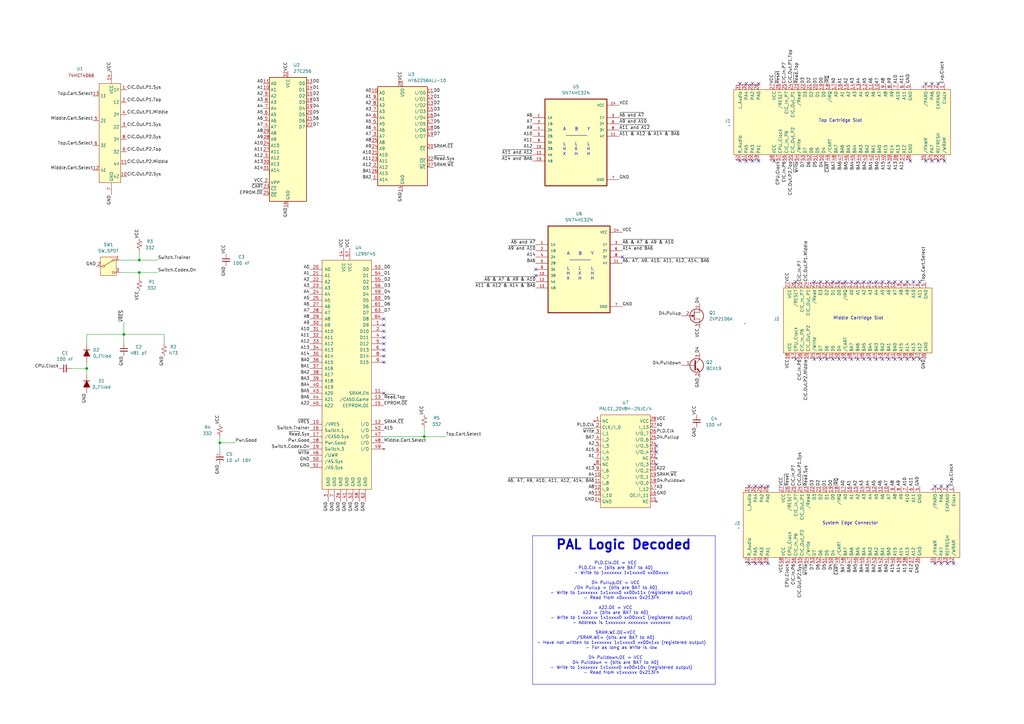
<source format=kicad_sch>
(kicad_sch (version 20231120) (generator "eeschema") (generator_version "8.0")
  (paper "A3")
  (lib_symbols
    (symbol "Device:C_Polarized_Small_US" (pin_numbers hide) (pin_names (offset 0.254) hide)
      (property "Reference" "C" (at 0.254 1.778 0))
      (property "Value" "C_Polarized_Small_US" (at 0.254 -2.032 0))
      (symbol "C_Polarized_Small_US_0_1"
        (polyline (pts (xy -1.524 0.508) (xy 1.524 0.508)) (stroke (width 0.3048)))
        (polyline (pts (xy -1.27 1.524) (xy -0.762 1.524)))
        (polyline (pts (xy -1.016 1.27) (xy -1.016 1.778)))
        (arc (start 1.524 -0.762) (mid 0 -0.3734) (end -1.524 -0.762) (stroke (width 0.3048)))
      )
      (symbol "C_Polarized_Small_US_1_1"
        (pin passive line (at 0 2.54 270) (length 2.032) (name "~") (number "1"))
        (pin passive line (at 0 -2.54 90) (length 2.032) (name "~") (number "2"))
      )
    )
    (symbol "Device:C_Small" (pin_numbers hide) (pin_names (offset 0.254) hide)
      (property "Reference" "C" (at 0.254 1.778 0))
      (property "Value" "C_Small" (at 0.254 -2.032 0))
      (symbol "C_Small_0_1"
        (polyline (pts (xy -1.524 -0.508) (xy 1.524 -0.508)) (stroke (width 0.3302)))
        (polyline (pts (xy -1.524 0.508) (xy 1.524 0.508)) (stroke (width 0.3048)))
      )
      (symbol "C_Small_1_1"
        (pin passive line (at 0 2.54 270) (length 2.032) (name "~") (number "1"))
        (pin passive line (at 0 -2.54 90) (length 2.032) (name "~") (number "2"))
      )
    )
    (symbol "Device:D_Filled" (pin_numbers hide) (pin_names (offset 1.016) hide)
      (property "Reference" "D" (at 0 2.54 0))
      (property "Value" "D_Filled" (at 0 -2.54 0))
      (symbol "D_Filled_0_1"
        (polyline (pts (xy -1.27 1.27) (xy -1.27 -1.27)) (stroke (width 0.254)))
        (polyline (pts (xy 1.27 0) (xy -1.27 0)))
        (polyline (pts (xy 1.27 1.27) (xy 1.27 -1.27) (xy -1.27 0) (xy 1.27 1.27)) (stroke (width 0.254)) (fill (type outline)))
      )
      (symbol "D_Filled_1_1"
        (pin passive line (at -3.81 0 0) (length 2.54) (name "K") (number "1"))
        (pin passive line (at 3.81 0 180) (length 2.54) (name "A") (number "2"))
      )
    )
    (symbol "Device:Q_NPN_BEC" (pin_names (offset 0) hide)
      (property "Reference" "Q" (at 5.08 1.27 0))
      (property "Value" "Q_NPN_BEC" (at 5.08 -1.27 0))
      (symbol "Q_NPN_BEC_0_1"
        (polyline (pts (xy 0.635 0.635) (xy 2.54 2.54)))
        (polyline (pts (xy 0.635 -0.635) (xy 2.54 -2.54) (xy 2.54 -2.54)))
        (polyline (pts (xy 0.635 1.905) (xy 0.635 -1.905) (xy 0.635 -1.905)) (stroke (width 0.508)))
        (polyline (pts (xy 1.27 -1.778) (xy 1.778 -1.27) (xy 2.286 -2.286) (xy 1.27 -1.778) (xy 1.27 -1.778)) (fill (type outline)))
        (circle (center 1.27 0) (radius 2.8194) (stroke (width 0.254)))
      )
      (symbol "Q_NPN_BEC_1_1"
        (pin input line (at -5.08 0 0) (length 5.715) (name "B") (number "1"))
        (pin passive line (at 2.54 -5.08 90) (length 2.54) (name "E") (number "2"))
        (pin passive line (at 2.54 5.08 270) (length 2.54) (name "C") (number "3"))
      )
    )
    (symbol "Device:Q_PJFET_DGS" (pin_names (offset 0) hide)
      (property "Reference" "Q" (at 5.08 1.27 0))
      (property "Value" "Q_PJFET_DGS" (at 5.08 -1.27 0))
      (symbol "Q_PJFET_DGS_0_1"
        (polyline (pts (xy 0.254 1.905) (xy 0.254 -1.905) (xy 0.254 -1.905)) (stroke (width 0.254)))
        (polyline (pts (xy 2.54 -2.54) (xy 2.54 -1.27) (xy 0.254 -1.27)))
        (polyline (pts (xy 2.54 2.54) (xy 2.54 1.397) (xy 0.254 1.397)))
        (polyline (pts (xy -1.143 0) (xy -0.127 0.381) (xy -0.127 -0.381) (xy -1.143 0)) (fill (type outline)))
        (circle (center 1.27 0) (radius 2.8194) (stroke (width 0.254)))
      )
      (symbol "Q_PJFET_DGS_1_1"
        (pin passive line (at 2.54 5.08 270) (length 2.54) (name "D") (number "1"))
        (pin input line (at -5.08 0 0) (length 5.334) (name "G") (number "2"))
        (pin passive line (at 2.54 -5.08 90) (length 2.54) (name "S") (number "3"))
      )
    )
    (symbol "Device:R_Small_US" (pin_numbers hide) (pin_names (offset 0.254) hide)
      (property "Reference" "R" (at 0.762 0.508 0))
      (property "Value" "R_Small_US" (at 0.762 -1.016 0))
      (symbol "R_Small_US_1_1"
        (polyline (pts (xy 0 0) (xy 1.016 -0.381) (xy 0 -0.762) (xy -1.016 -1.143) (xy 0 -1.524)))
        (polyline (pts (xy 0 1.524) (xy 1.016 1.143) (xy 0 0.762) (xy -1.016 0.381) (xy 0 0)))
        (pin passive line (at 0 2.54 270) (length 1.016) (name "~") (number "1"))
        (pin passive line (at 0 -2.54 90) (length 1.016) (name "~") (number "2"))
      )
    )
    (symbol "GameBooster:SN74HC32N" (pin_names (offset 1.016))
      (property "Reference" "U" (at -12.7 18.78 0))
      (property "Value" "SN74HC32N" (at -12.7 -21.78 0))
      (symbol "SN74HC32N_0_0"
        (rectangle (start -12.7 -17.78) (end 12.7 17.78) (stroke (width 0.41)) (fill (type background)))
        (pin input line (at -17.78 10.16 0) (length 5.08) (name "1A") (number "1"))
        (pin input line (at -17.78 -2.54 0) (length 5.08) (name "3B") (number "10"))
        (pin output line (at 17.78 2.54 180) (length 5.08) (name "4Y") (number "11"))
        (pin input line (at -17.78 -5.08 0) (length 5.08) (name "4A") (number "12"))
        (pin input line (at -17.78 -7.62 0) (length 5.08) (name "4B") (number "13"))
        (pin power_in line (at 17.78 15.24 180) (length 5.08) (name "VCC") (number "14"))
        (pin input line (at -17.78 7.62 0) (length 5.08) (name "1B") (number "2"))
        (pin output line (at 17.78 10.16 180) (length 5.08) (name "1Y") (number "3"))
        (pin input line (at -17.78 5.08 0) (length 5.08) (name "2A") (number "4"))
        (pin input line (at -17.78 2.54 0) (length 5.08) (name "2B") (number "5"))
        (pin output line (at 17.78 7.62 180) (length 5.08) (name "2Y") (number "6"))
        (pin power_in line (at 17.78 -15.24 180) (length 5.08) (name "GND") (number "7"))
        (pin output line (at 17.78 5.08 180) (length 5.08) (name "3Y") (number "8"))
        (pin input line (at -17.78 0 0) (length 5.08) (name "3A") (number "9"))
      )
    )
    (symbol "Gameboy:PALCE_20V8H-25JC/4"
      (property "Reference" "U4" (at 0 20.32 0))
      (property "Value" "PALCE_20V8H-25JC/4" (at 0 17.78 0))
      (symbol "PALCE_20V8H-25JC/4_1_0"
        (rectangle (start -10.16 15.24) (end 10.16 -22.86) (fill (type background)))
      )
      (symbol "PALCE_20V8H-25JC/4_1_1"
        (pin no_connect line (at -12.7 12.7 0) (length 2.54) (name "NC") (number "1"))
        (pin bidirectional line (at -12.7 -10.16 0) (length 2.54) (name "I_7") (number "10"))
        (pin bidirectional line (at -12.7 -12.7 0) (length 2.54) (name "I_8") (number "11"))
        (pin bidirectional line (at -12.7 -15.24 0) (length 2.54) (name "I_9") (number "12"))
        (pin bidirectional line (at -12.7 -17.78 0) (length 2.54) (name "I_10") (number "13"))
        (pin bidirectional line (at -12.7 -20.32 0) (length 2.54) (name "GND") (number "14"))
        (pin no_connect line (at 12.7 -20.32 180) (length 2.54) (name "NC") (number "15"))
        (pin bidirectional line (at 12.7 -17.78 180) (length 2.54) (name "OE/I_11") (number "16"))
        (pin bidirectional line (at 12.7 -15.24 180) (length 2.54) (name "I_12") (number "17"))
        (pin bidirectional line (at 12.7 -12.7 180) (length 2.54) (name "I/O_0") (number "18"))
        (pin bidirectional line (at 12.7 -10.16 180) (length 2.54) (name "I/O_1") (number "19"))
        (pin bidirectional line (at -12.7 10.16 0) (length 2.54) (name "CLK/I_0") (number "2"))
        (pin bidirectional line (at 12.7 -7.62 180) (length 2.54) (name "I/O_2") (number "20"))
        (pin bidirectional line (at 12.7 -5.08 180) (length 2.54) (name "I/O_3") (number "21"))
        (pin no_connect line (at 12.7 -2.54 180) (length 2.54) (name "NC") (number "22"))
        (pin bidirectional line (at 12.7 0 180) (length 2.54) (name "I/O_4") (number "23"))
        (pin bidirectional line (at 12.7 2.54 180) (length 2.54) (name "I/O_5") (number "24"))
        (pin bidirectional line (at 12.7 5.08 180) (length 2.54) (name "I/O_6") (number "25"))
        (pin bidirectional line (at 12.7 7.62 180) (length 2.54) (name "I/O_7") (number "26"))
        (pin bidirectional line (at 12.7 10.16 180) (length 2.54) (name "I_13") (number "27"))
        (pin bidirectional line (at 12.7 12.7 180) (length 2.54) (name "VCC") (number "28"))
        (pin bidirectional line (at -12.7 7.62 0) (length 2.54) (name "I_1") (number "3"))
        (pin bidirectional line (at -12.7 5.08 0) (length 2.54) (name "I_2") (number "4"))
        (pin bidirectional line (at -12.7 2.54 0) (length 2.54) (name "I_3") (number "5"))
        (pin bidirectional line (at -12.7 0 0) (length 2.54) (name "I_4") (number "6"))
        (pin bidirectional line (at -12.7 -2.54 0) (length 2.54) (name "I_5") (number "7"))
        (pin no_connect line (at -12.7 -5.08 0) (length 2.54) (name "NC") (number "8"))
        (pin bidirectional line (at -12.7 -7.62 0) (length 2.54) (name "I_6") (number "9"))
      )
    )
    (symbol "SNES:27C256"
      (property "Reference" "U2" (at 2.1941 30.48 0))
      (property "Value" "27C256" (at 2.1941 27.94 0))
      (symbol "27C256_1_1"
        (rectangle (start -7.62 25.4) (end 7.62 -25.4) (stroke (width 0.254)) (fill (type background)))
        (pin input line (at -10.16 20.32 0) (length 2.54) (name "A1") (number "10"))
        (pin input line (at -10.16 22.86 0) (length 2.54) (name "A0") (number "11"))
        (pin tri_state line (at 10.16 22.86 180) (length 2.54) (name "D0") (number "13"))
        (pin tri_state line (at 10.16 20.32 180) (length 2.54) (name "D1") (number "14"))
        (pin tri_state line (at 10.16 17.78 180) (length 2.54) (name "D2") (number "15"))
        (pin power_in line (at 0 -27.94 90) (length 2.54) (name "GND") (number "16"))
        (pin tri_state line (at 10.16 15.24 180) (length 2.54) (name "D3") (number "18"))
        (pin tri_state line (at 10.16 12.7 180) (length 2.54) (name "D4") (number "19"))
        (pin input line (at -10.16 -17.78 0) (length 2.54) (name "VPP") (number "2"))
        (pin tri_state line (at 10.16 10.16 180) (length 2.54) (name "D5") (number "20"))
        (pin tri_state line (at 10.16 7.62 180) (length 2.54) (name "D6") (number "21"))
        (pin tri_state line (at 10.16 5.08 180) (length 2.54) (name "D7") (number "22"))
        (pin input line (at -10.16 -20.32 0) (length 2.54) (name "~{CE}") (number "23"))
        (pin input line (at -10.16 -2.54 0) (length 2.54) (name "A10") (number "24"))
        (pin input line (at -10.16 -22.86 0) (length 2.54) (name "~{OE}") (number "25"))
        (pin input line (at -10.16 -5.08 0) (length 2.54) (name "A11") (number "27"))
        (pin input line (at -10.16 0 0) (length 2.54) (name "A9") (number "28"))
        (pin input line (at -10.16 2.54 0) (length 2.54) (name "A8") (number "29"))
        (pin input line (at -10.16 -7.62 0) (length 2.54) (name "A12") (number "3"))
        (pin input line (at -10.16 -10.16 0) (length 2.54) (name "A13") (number "30"))
        (pin input line (at -10.16 -12.7 0) (length 2.54) (name "A14") (number "31"))
        (pin power_in line (at 0 27.94 270) (length 2.54) (name "VCC") (number "32"))
        (pin input line (at -10.16 5.08 0) (length 2.54) (name "A7") (number "4"))
        (pin input line (at -10.16 7.62 0) (length 2.54) (name "A6") (number "5"))
        (pin input line (at -10.16 10.16 0) (length 2.54) (name "A5") (number "6"))
        (pin input line (at -10.16 12.7 0) (length 2.54) (name "A4") (number "7"))
        (pin input line (at -10.16 15.24 0) (length 2.54) (name "A3") (number "8"))
        (pin input line (at -10.16 17.78 0) (length 2.54) (name "A2") (number "9"))
      )
    )
    (symbol "SNES:74HCT4066T"
      (property "Reference" "U1" (at -12.446 28.702 0))
      (property "Value" "~" (at -12.446 26.162 0))
      (symbol "74HCT4066T_1_1"
        (rectangle (start -5.08 20.32) (end 3.81 -20.32) (fill (type background)))
        (text "74HCT4066" (at -12.446 23.622 0) (effects (font (size 1.27 1.27))))
        (pin input line (at 6.35 17.78 180) (length 2.54) (name "1Y") (number "1"))
        (pin input line (at 6.35 -17.78 180) (length 2.54) (name "4Z") (number "10"))
        (pin input line (at 6.35 -12.7 180) (length 2.54) (name "4Y") (number "11"))
        (pin input line (at -7.62 -15.24 0) (length 2.54) (name "4E") (number "12"))
        (pin input line (at -7.62 15.24 0) (length 2.54) (name "1E") (number "13"))
        (pin input line (at 0 25.4 270) (length 5.08) (name "VCC") (number "14"))
        (pin input line (at 6.35 12.7 180) (length 2.54) (name "1Z") (number "2"))
        (pin input line (at 6.35 2.54 180) (length 2.54) (name "2Z") (number "3"))
        (pin input line (at 6.35 7.62 180) (length 2.54) (name "2Y") (number "4"))
        (pin input line (at -7.62 5.08 0) (length 2.54) (name "2E") (number "5"))
        (pin input line (at -7.62 -5.08 0) (length 2.54) (name "3E") (number "6"))
        (pin input line (at 0 -25.4 90) (length 5.08) (name "GND") (number "7"))
        (pin input line (at 6.35 -2.54 180) (length 2.54) (name "3Y") (number "8"))
        (pin input line (at 6.35 -7.62 180) (length 2.54) (name "3Z") (number "9"))
      )
    )
    (symbol "SNES:HY62256ALJ"
      (property "Reference" "U3" (at 2.1941 25.4 0))
      (property "Value" "HY62256ALJ-10" (at 2.1941 22.86 0))
      (symbol "HY62256ALJ_0_0"
        (pin power_in line (at 0 -22.86 90) (length 2.54) (name "GND") (number "14"))
      )
      (symbol "HY62256ALJ_0_1"
        (rectangle (start -10.16 20.32) (end 10.16 -20.32) (stroke (width 0.254)) (fill (type background)))
      )
      (symbol "HY62256ALJ_1_0"
        (pin power_in line (at 0 22.86 270) (length 2.54) (name "VDD") (number "28"))
      )
      (symbol "HY62256ALJ_1_1"
        (pin input line (at -12.7 -17.78 0) (length 2.54) (name "A14") (number "1"))
        (pin input line (at -12.7 17.78 0) (length 2.54) (name "A0") (number "10"))
        (pin tri_state line (at 12.7 17.78 180) (length 2.54) (name "I/O0") (number "11"))
        (pin tri_state line (at 12.7 15.24 180) (length 2.54) (name "I/O1") (number "12"))
        (pin tri_state line (at 12.7 12.7 180) (length 2.54) (name "I/O2") (number "13"))
        (pin tri_state line (at 12.7 10.16 180) (length 2.54) (name "I/O3") (number "15"))
        (pin tri_state line (at 12.7 7.62 180) (length 2.54) (name "I/O4") (number "16"))
        (pin tri_state line (at 12.7 5.08 180) (length 2.54) (name "I/O5") (number "17"))
        (pin tri_state line (at 12.7 2.54 180) (length 2.54) (name "I/O6") (number "18"))
        (pin tri_state line (at 12.7 0 180) (length 2.54) (name "I/O7") (number "19"))
        (pin input line (at -12.7 -12.7 0) (length 2.54) (name "A12") (number "2"))
        (pin input line (at 12.7 -5.08 180) (length 2.54) (name "~{CE}") (number "20"))
        (pin input line (at -12.7 -7.62 0) (length 2.54) (name "A10") (number "21"))
        (pin input line (at 12.7 -10.16 180) (length 2.54) (name "~{OE}") (number "22"))
        (pin input line (at -12.7 -10.16 0) (length 2.54) (name "A11") (number "23"))
        (pin input line (at -12.7 -5.08 0) (length 2.54) (name "A9") (number "24"))
        (pin input line (at -12.7 -2.54 0) (length 2.54) (name "A8") (number "25"))
        (pin input line (at -12.7 -15.24 0) (length 2.54) (name "A13") (number "26"))
        (pin input line (at 12.7 -12.7 180) (length 2.54) (name "~{WE}") (number "27"))
        (pin input line (at -12.7 0 0) (length 2.54) (name "A7") (number "3"))
        (pin input line (at -12.7 2.54 0) (length 2.54) (name "A6") (number "4"))
        (pin input line (at -12.7 5.08 0) (length 2.54) (name "A5") (number "5"))
        (pin input line (at -12.7 7.62 0) (length 2.54) (name "A4") (number "6"))
        (pin input line (at -12.7 10.16 0) (length 2.54) (name "A3") (number "7"))
        (pin input line (at -12.7 12.7 0) (length 2.54) (name "A2") (number "8"))
        (pin input line (at -12.7 15.24 0) (length 2.54) (name "A1") (number "9"))
      )
    )
    (symbol "SNES:LZ95F45" (pin_names (offset 1.016))
      (property "Reference" "U5" (at 3.4641 41.91 0))
      (property "Value" "LZ95F45" (at 3.4641 39.37 0))
      (symbol "LZ95F45_0_1"
        (rectangle (start -10.16 36.83) (end 10.16 -57.15) (fill (type background)))
      )
      (symbol "LZ95F45_1_1"
        (pin bidirectional line (at 15.24 10.16 180) (length 5.08) (name "D9") (number "1"))
        (pin input line (at -15.24 -30.48 0) (length 5.08) (name "/VRES") (number "10"))
        (pin output line (at 15.24 -17.78 180) (length 5.08) (name "SRAM.EN") (number "11"))
        (pin output line (at 15.24 -30.48 180) (length 5.08) (name "I/O") (number "12"))
        (pin output line (at 15.24 -20.32 180) (length 5.08) (name "/CAS0.Game") (number "13"))
        (pin power_in line (at -1.27 41.91 270) (length 5.08) (name "VCC") (number "14"))
        (pin output line (at 15.24 -22.86 180) (length 5.08) (name "EEPROM.OE") (number "15"))
        (pin input line (at -15.24 -33.02 0) (length 5.08) (name "Switch.1") (number "16"))
        (pin input line (at -15.24 -35.56 0) (length 5.08) (name "/CAS0.Sys") (number "17"))
        (pin input line (at -15.24 -38.1 0) (length 5.08) (name "Pwr.Good") (number "18"))
        (pin input line (at -15.24 -40.64 0) (length 5.08) (name "Switch.3") (number "19"))
        (pin bidirectional line (at 15.24 7.62 180) (length 5.08) (name "D10") (number "2"))
        (pin input line (at -15.24 33.02 0) (length 5.08) (name "A0") (number "20"))
        (pin input line (at -15.24 30.48 0) (length 5.08) (name "A1") (number "21"))
        (pin input line (at -15.24 27.94 0) (length 5.08) (name "A2") (number "22"))
        (pin input line (at -15.24 25.4 0) (length 5.08) (name "A3") (number "23"))
        (pin input line (at -15.24 22.86 0) (length 5.08) (name "A4") (number "24"))
        (pin input line (at -15.24 20.32 0) (length 5.08) (name "A5") (number "25"))
        (pin power_in line (at -2.54 -62.23 90) (length 5.08) (name "GND") (number "26"))
        (pin input line (at -15.24 17.78 0) (length 5.08) (name "A6") (number "27"))
        (pin input line (at -15.24 15.24 0) (length 5.08) (name "A7") (number "28"))
        (pin input line (at -15.24 12.7 0) (length 5.08) (name "A8") (number "29"))
        (pin power_in line (at -7.62 -62.23 90) (length 5.08) (name "GND") (number "3"))
        (pin input line (at -15.24 10.16 0) (length 5.08) (name "A9") (number "30"))
        (pin input line (at -15.24 7.62 0) (length 5.08) (name "A10") (number "31"))
        (pin input line (at -15.24 5.08 0) (length 5.08) (name "A11") (number "32"))
        (pin input line (at -15.24 2.54 0) (length 5.08) (name "A12") (number "33"))
        (pin input line (at -15.24 0 0) (length 5.08) (name "A13") (number "34"))
        (pin input line (at -15.24 -2.54 0) (length 5.08) (name "A14") (number "35"))
        (pin input line (at -15.24 -5.08 0) (length 5.08) (name "A15") (number "36"))
        (pin input line (at -15.24 -7.62 0) (length 5.08) (name "A16") (number "37"))
        (pin input line (at -15.24 -10.16 0) (length 5.08) (name "A17") (number "38"))
        (pin input line (at -15.24 -12.7 0) (length 5.08) (name "A18") (number "39"))
        (pin bidirectional line (at 15.24 5.08 180) (length 5.08) (name "D11") (number "4"))
        (pin input line (at -15.24 -15.24 0) (length 5.08) (name "A19") (number "40"))
        (pin power_in line (at 0 -62.23 90) (length 5.08) (name "GND") (number "41"))
        (pin output line (at 15.24 -33.02 180) (length 5.08) (name "I/O") (number "42"))
        (pin input line (at -15.24 -17.78 0) (length 5.08) (name "A20") (number "43"))
        (pin input line (at -15.24 -20.32 0) (length 5.08) (name "A21") (number "44"))
        (pin input line (at -15.24 -22.86 0) (length 5.08) (name "A22") (number "45"))
        (pin input line (at -15.24 -43.18 0) (length 5.08) (name "/UWR") (number "46"))
        (pin output line (at 15.24 -35.56 180) (length 5.08) (name "I/O") (number "47"))
        (pin output line (at 15.24 -38.1 180) (length 5.08) (name "I/O") (number "48"))
        (pin no_connect line (at 15.24 -40.64 180) (length 5.08) (name "I/O") (number "49"))
        (pin bidirectional line (at 15.24 2.54 180) (length 5.08) (name "D12") (number "5"))
        (pin input line (at -15.24 -45.72 0) (length 5.08) (name "/AS.Sys") (number "50"))
        (pin input line (at -15.24 -48.26 0) (length 5.08) (name "/AS.Sys") (number "51"))
        (pin power_in line (at 2.54 -62.23 90) (length 5.08) (name "GND") (number "52"))
        (pin bidirectional line (at 15.24 33.02 180) (length 5.08) (name "D0") (number "53"))
        (pin bidirectional line (at 15.24 30.48 180) (length 5.08) (name "D1") (number "54"))
        (pin bidirectional line (at 15.24 27.94 180) (length 5.08) (name "D2") (number "55"))
        (pin bidirectional line (at 15.24 25.4 180) (length 5.08) (name "D3") (number "56"))
        (pin power_in line (at 1.27 41.91 270) (length 5.08) (name "VCC") (number "57"))
        (pin power_in line (at 5.08 -62.23 90) (length 5.08) (name "GND") (number "58"))
        (pin bidirectional line (at 15.24 22.86 180) (length 5.08) (name "D4") (number "59"))
        (pin bidirectional line (at 15.24 0 180) (length 5.08) (name "D13") (number "6"))
        (pin bidirectional line (at 15.24 20.32 180) (length 5.08) (name "D5") (number "60"))
        (pin bidirectional line (at 15.24 17.78 180) (length 5.08) (name "D6") (number "61"))
        (pin power_in line (at 7.62 -62.23 90) (length 5.08) (name "GND") (number "62"))
        (pin bidirectional line (at 15.24 15.24 180) (length 5.08) (name "D7") (number "63"))
        (pin bidirectional line (at 15.24 12.7 180) (length 5.08) (name "D8") (number "64"))
        (pin power_in line (at -5.08 -62.23 90) (length 5.08) (name "GND") (number "7"))
        (pin bidirectional line (at 15.24 -2.54 180) (length 5.08) (name "D14") (number "8"))
        (pin bidirectional line (at 15.24 -5.08 180) (length 5.08) (name "D15") (number "9"))
      )
    )
    (symbol "SNES:SNES_Connector"
      (property "Reference" "J1" (at 0.635 45.72 0))
      (property "Value" "~" (at 0 0 0))
      (symbol "SNES_Connector_1_1"
        (rectangle (start -12.7 44.45) (end 13.97 -44.45) (fill (type background)))
        (pin input line (at -15.24 41.91 0) (length 2.54) (name "Clock") (number "1"))
        (pin input line (at -15.24 15.24 0) (length 2.54) (name "A7") (number "10"))
        (pin input line (at -15.24 12.7 0) (length 2.54) (name "A6") (number "11"))
        (pin input line (at -15.24 10.16 0) (length 2.54) (name "A5") (number "12"))
        (pin input line (at -15.24 7.62 0) (length 2.54) (name "A4") (number "13"))
        (pin input line (at -15.24 5.08 0) (length 2.54) (name "A3") (number "14"))
        (pin input line (at -15.24 2.54 0) (length 2.54) (name "A2") (number "15"))
        (pin input line (at -15.24 0 0) (length 2.54) (name "A1") (number "16"))
        (pin input line (at -15.24 -2.54 0) (length 2.54) (name "A0") (number "17"))
        (pin input line (at -15.24 -5.08 0) (length 2.54) (name "/IRQ") (number "18"))
        (pin input line (at -15.24 -7.62 0) (length 2.54) (name "D0") (number "19"))
        (pin input line (at -15.24 39.37 0) (length 2.54) (name "EXPAND") (number "2"))
        (pin input line (at -15.24 -10.16 0) (length 2.54) (name "D1") (number "20"))
        (pin input line (at -15.24 -12.7 0) (length 2.54) (name "D2") (number "21"))
        (pin input line (at -15.24 -15.24 0) (length 2.54) (name "D3") (number "22"))
        (pin input line (at -15.24 -17.78 0) (length 2.54) (name "/Read") (number "23"))
        (pin input line (at -15.24 -20.32 0) (length 2.54) (name "CIC_Out_P1") (number "24"))
        (pin input line (at -15.24 -22.86 0) (length 2.54) (name "CIC_In_P7") (number "25"))
        (pin input line (at -15.24 -25.4 0) (length 2.54) (name "/RESET") (number "26"))
        (pin power_in line (at -15.24 -27.94 0) (length 2.54) (name "VCC") (number "27"))
        (pin input line (at -15.24 -34.29 0) (length 2.54) (name "PA0") (number "28"))
        (pin input line (at -15.24 -36.83 0) (length 2.54) (name "PA2") (number "29"))
        (pin input line (at -15.24 36.83 0) (length 2.54) (name "PA6") (number "3"))
        (pin input line (at -15.24 -39.37 0) (length 2.54) (name "PA4") (number "30"))
        (pin input line (at -15.24 -41.91 0) (length 2.54) (name "L_Audio") (number "31"))
        (pin input line (at 16.51 41.91 180) (length 2.54) (name "/WRAM") (number "32"))
        (pin input line (at 16.51 39.37 180) (length 2.54) (name "REFRESH") (number "33"))
        (pin input line (at 16.51 36.83 180) (length 2.54) (name "PA7") (number "34"))
        (pin input line (at 16.51 34.29 180) (length 2.54) (name "/PAWR") (number "35"))
        (pin power_in line (at 16.51 27.94 180) (length 2.54) (name "GND") (number "36"))
        (pin input line (at 16.51 25.4 180) (length 2.54) (name "A12") (number "37"))
        (pin input line (at 16.51 22.86 180) (length 2.54) (name "A13") (number "38"))
        (pin input line (at 16.51 20.32 180) (length 2.54) (name "A14") (number "39"))
        (pin input line (at -15.24 34.29 0) (length 2.54) (name "/PARD") (number "4"))
        (pin input line (at 16.51 17.78 180) (length 2.54) (name "A15") (number "40"))
        (pin input line (at 16.51 15.24 180) (length 2.54) (name "BA0") (number "41"))
        (pin input line (at 16.51 12.7 180) (length 2.54) (name "BA1") (number "42"))
        (pin input line (at 16.51 10.16 180) (length 2.54) (name "BA2") (number "43"))
        (pin input line (at 16.51 7.62 180) (length 2.54) (name "BA3") (number "44"))
        (pin input line (at 16.51 5.08 180) (length 2.54) (name "BA4") (number "45"))
        (pin input line (at 16.51 2.54 180) (length 2.54) (name "BA5") (number "46"))
        (pin input line (at 16.51 0 180) (length 2.54) (name "BA6") (number "47"))
        (pin input line (at 16.51 -2.54 180) (length 2.54) (name "BA7") (number "48"))
        (pin input line (at 16.51 -5.08 180) (length 2.54) (name "/CART") (number "49"))
        (pin power_in line (at -15.24 27.94 0) (length 2.54) (name "GND") (number "5"))
        (pin input line (at 16.51 -7.62 180) (length 2.54) (name "D4") (number "50"))
        (pin input line (at 16.51 -10.16 180) (length 2.54) (name "D5") (number "51"))
        (pin input line (at 16.51 -12.7 180) (length 2.54) (name "D6") (number "52"))
        (pin input line (at 16.51 -15.24 180) (length 2.54) (name "D7") (number "53"))
        (pin input line (at 16.51 -17.78 180) (length 2.54) (name "/Write") (number "54"))
        (pin input line (at 16.51 -20.32 180) (length 2.54) (name "CIC_Out_P2") (number "55"))
        (pin input line (at 16.51 -22.86 180) (length 2.54) (name "CIC_In_P6") (number "56"))
        (pin input line (at 16.51 -25.4 180) (length 2.54) (name "CPU_Clock") (number "57"))
        (pin power_in line (at 16.51 -27.94 180) (length 2.54) (name "VCC") (number "58"))
        (pin input line (at 16.51 -34.29 180) (length 2.54) (name "PA1") (number "59"))
        (pin input line (at -15.24 25.4 0) (length 2.54) (name "A11") (number "6"))
        (pin input line (at 16.51 -36.83 180) (length 2.54) (name "PA3") (number "60"))
        (pin input line (at 16.51 -39.37 180) (length 2.54) (name "PA5") (number "61"))
        (pin input line (at 16.51 -41.91 180) (length 2.54) (name "R_Audio") (number "62"))
        (pin input line (at -15.24 22.86 0) (length 2.54) (name "A10") (number "7"))
        (pin input line (at -15.24 20.32 0) (length 2.54) (name "A9") (number "8"))
        (pin input line (at -15.24 17.78 0) (length 2.54) (name "A8") (number "9"))
      )
    )
    (symbol "SNES:SW_SPDT" (pin_names (offset 0) hide)
      (property "Reference" "SW1" (at 0 8.89 0))
      (property "Value" "SW_SPDT" (at 0 6.35 0))
      (symbol "SW_SPDT_0_1"
        (circle (center -2.032 0) (radius 0.4572))
        (polyline (pts (xy -1.651 0.254) (xy 1.651 2.286)))
        (circle (center 2.032 -2.54) (radius 0.4572))
        (circle (center 2.032 2.54) (radius 0.4572))
      )
      (symbol "SW_SPDT_1_1"
        (rectangle (start -3.175 3.81) (end 3.175 -3.81) (fill (type background)))
        (pin passive line (at 5.08 2.54 180) (length 2.54) (name "A") (number "1"))
        (pin passive line (at -5.08 0 0) (length 2.54) (name "B") (number "2"))
        (pin passive line (at 5.08 -2.54 180) (length 2.54) (name "C") (number "3"))
      )
    )
    (symbol "SNES_Connector_1"
      (property "Reference" "J2" (at -0.0001 -45.72 90))
      (property "Value" "~" (at 1.905 -45.72 90))
      (symbol "SNES_Connector_1_1_1"
        (rectangle (start -12.7 30.48) (end 13.97 -30.48) (fill (type background)))
        (pin input line (at -15.24 15.24 0) (length 2.54) (name "A7") (number "10"))
        (pin input line (at -15.24 12.7 0) (length 2.54) (name "A6") (number "11"))
        (pin input line (at -15.24 10.16 0) (length 2.54) (name "A5") (number "12"))
        (pin input line (at -15.24 7.62 0) (length 2.54) (name "A4") (number "13"))
        (pin input line (at -15.24 5.08 0) (length 2.54) (name "A3") (number "14"))
        (pin input line (at -15.24 2.54 0) (length 2.54) (name "A2") (number "15"))
        (pin input line (at -15.24 0 0) (length 2.54) (name "A1") (number "16"))
        (pin input line (at -15.24 -2.54 0) (length 2.54) (name "A0") (number "17"))
        (pin input line (at -15.24 -5.08 0) (length 2.54) (name "/IRQ") (number "18"))
        (pin input line (at -15.24 -7.62 0) (length 2.54) (name "D0") (number "19"))
        (pin input line (at -15.24 -10.16 0) (length 2.54) (name "D1") (number "20"))
        (pin input line (at -15.24 -12.7 0) (length 2.54) (name "D2") (number "21"))
        (pin input line (at -15.24 -15.24 0) (length 2.54) (name "D3") (number "22"))
        (pin input line (at -15.24 -17.78 0) (length 2.54) (name "/Read") (number "23"))
        (pin input line (at -15.24 -20.32 0) (length 2.54) (name "CIC_Out_P1") (number "24"))
        (pin input line (at -15.24 -22.86 0) (length 2.54) (name "CIC_In_P7") (number "25"))
        (pin input line (at -15.24 -25.4 0) (length 2.54) (name "/RESET") (number "26"))
        (pin power_in line (at -15.24 -27.94 0) (length 2.54) (name "VCC") (number "27"))
        (pin power_in line (at 16.51 27.94 180) (length 2.54) (name "GND") (number "36"))
        (pin input line (at 16.51 25.4 180) (length 2.54) (name "A12") (number "37"))
        (pin input line (at 16.51 22.86 180) (length 2.54) (name "A13") (number "38"))
        (pin input line (at 16.51 20.32 180) (length 2.54) (name "A14") (number "39"))
        (pin input line (at 16.51 17.78 180) (length 2.54) (name "A15") (number "40"))
        (pin input line (at 16.51 15.24 180) (length 2.54) (name "BA0") (number "41"))
        (pin input line (at 16.51 12.7 180) (length 2.54) (name "BA1") (number "42"))
        (pin input line (at 16.51 10.16 180) (length 2.54) (name "BA2") (number "43"))
        (pin input line (at 16.51 7.62 180) (length 2.54) (name "BA3") (number "44"))
        (pin input line (at 16.51 5.08 180) (length 2.54) (name "BA4") (number "45"))
        (pin input line (at 16.51 2.54 180) (length 2.54) (name "BA5") (number "46"))
        (pin input line (at 16.51 0 180) (length 2.54) (name "BA6") (number "47"))
        (pin input line (at 16.51 -2.54 180) (length 2.54) (name "BA7") (number "48"))
        (pin input line (at 16.51 -5.08 180) (length 2.54) (name "/CART") (number "49"))
        (pin power_in line (at -15.24 27.94 0) (length 2.54) (name "GND") (number "5"))
        (pin input line (at 16.51 -7.62 180) (length 2.54) (name "D4") (number "50"))
        (pin input line (at 16.51 -10.16 180) (length 2.54) (name "D5") (number "51"))
        (pin input line (at 16.51 -12.7 180) (length 2.54) (name "D6") (number "52"))
        (pin input line (at 16.51 -15.24 180) (length 2.54) (name "D7") (number "53"))
        (pin input line (at 16.51 -17.78 180) (length 2.54) (name "/Write") (number "54"))
        (pin input line (at 16.51 -20.32 180) (length 2.54) (name "CIC_Out_P2") (number "55"))
        (pin input line (at 16.51 -22.86 180) (length 2.54) (name "CIC_In_P6") (number "56"))
        (pin input line (at 16.51 -25.4 180) (length 2.54) (name "CPU_Clock") (number "57"))
        (pin power_in line (at 16.51 -27.94 180) (length 2.54) (name "VCC") (number "58"))
        (pin input line (at -15.24 25.4 0) (length 2.54) (name "A11") (number "6"))
        (pin input line (at -15.24 22.86 0) (length 2.54) (name "A10") (number "7"))
        (pin input line (at -15.24 20.32 0) (length 2.54) (name "A9") (number "8"))
        (pin input line (at -15.24 17.78 0) (length 2.54) (name "A8") (number "9"))
      )
    )
  )
  (junction (at 50.8 137.16))
  (junction (at 35.56 151.13))
  (junction (at 173.99 179.07))
  (junction (at 57.15 111.76))
  (junction (at 90.17 181.61))
  (junction (at 57.15 106.68))
  (no_connect (at 372.11 115.57))
  (no_connect (at 359.41 115.57))
  (no_connect (at 334.01 147.32))
  (no_connect (at 388.62 231.14))
  (no_connect (at 388.62 199.39))
  (no_connect (at 367.03 115.57))
  (no_connect (at 384.81 34.29))
  (no_connect (at 307.34 231.14))
  (no_connect (at 311.15 66.04))
  (no_connect (at 219.71 110.49))
  (no_connect (at 303.53 66.04))
  (no_connect (at 307.34 199.39))
  (no_connect (at 356.87 115.57))
  (no_connect (at 349.25 115.57))
  (no_connect (at 157.48 148.59))
  (no_connect (at 386.08 199.39))
  (no_connect (at 336.55 147.32))
  (no_connect (at 383.54 231.14))
  (no_connect (at 382.27 66.04))
  (no_connect (at 306.07 66.04))
  (no_connect (at 377.19 147.32))
  (no_connect (at 367.03 147.32))
  (no_connect (at 157.48 143.51))
  (no_connect (at 157.48 133.35))
  (no_connect (at 361.95 147.32))
  (no_connect (at 312.42 231.14))
  (no_connect (at 317.5 66.04))
  (no_connect (at 326.39 115.57))
  (no_connect (at 157.48 138.43))
  (no_connect (at 372.11 147.32))
  (no_connect (at 369.57 147.32))
  (no_connect (at 354.33 147.32))
  (no_connect (at 391.16 231.14))
  (no_connect (at 339.09 147.32))
  (no_connect (at 157.48 161.29))
  (no_connect (at 387.35 66.04))
  (no_connect (at 341.63 115.57))
  (no_connect (at 386.08 231.14))
  (no_connect (at 314.96 199.39))
  (no_connect (at 269.24 182.88))
  (no_connect (at 384.81 66.04))
  (no_connect (at 349.25 147.32))
  (no_connect (at 157.48 140.97))
  (no_connect (at 361.95 115.57))
  (no_connect (at 346.71 147.32))
  (no_connect (at 309.88 231.14))
  (no_connect (at 377.19 115.57))
  (no_connect (at 336.55 115.57))
  (no_connect (at 311.15 34.29))
  (no_connect (at 157.48 135.89))
  (no_connect (at 359.41 147.32))
  (no_connect (at 354.33 115.57))
  (no_connect (at 379.73 34.29))
  (no_connect (at 312.42 199.39))
  (no_connect (at 339.09 115.57))
  (no_connect (at 309.88 199.39))
  (no_connect (at 383.54 199.39))
  (no_connect (at 346.71 115.57))
  (no_connect (at 308.61 34.29))
  (no_connect (at 269.24 190.5))
  (no_connect (at 303.53 34.29))
  (no_connect (at 374.65 147.32))
  (no_connect (at 351.79 147.32))
  (no_connect (at 356.87 147.32))
  (no_connect (at 269.24 185.42))
  (no_connect (at 382.27 34.29))
  (no_connect (at 344.17 147.32))
  (no_connect (at 344.17 115.57))
  (no_connect (at 326.39 147.32))
  (no_connect (at 369.57 115.57))
  (no_connect (at 219.71 113.03))
  (no_connect (at 351.79 115.57))
  (no_connect (at 157.48 130.81))
  (no_connect (at 364.49 147.32))
  (no_connect (at 373.38 66.04))
  (no_connect (at 364.49 115.57))
  (no_connect (at 374.65 115.57))
  (no_connect (at 306.07 34.29))
  (no_connect (at 334.01 115.57))
  (no_connect (at 314.96 231.14))
  (no_connect (at 341.63 147.32))
  (no_connect (at 379.73 66.04))
  (no_connect (at 308.61 66.04))
  (no_connect (at 255.27 105.41))
  (no_connect (at 157.48 146.05))
  (wire (pts (xy 64.77 106.68) (xy 57.15 106.68)))
  (wire (pts (xy 57.15 106.68) (xy 49.53 106.68)))
  (wire (pts (xy 90.17 181.61) (xy 90.17 179.07)))
  (wire (pts (xy 57.15 102.87) (xy 57.15 106.68)))
  (wire (pts (xy 35.56 137.16) (xy 50.8 137.16)))
  (wire (pts (xy 35.56 140.97) (xy 35.56 137.16)))
  (wire (pts (xy 90.17 181.61) (xy 90.17 185.42)))
  (wire (pts (xy 50.8 137.16) (xy 50.8 140.97)))
  (wire (pts (xy 182.88 179.07) (xy 173.99 179.07)))
  (wire (pts (xy 57.15 111.76) (xy 57.15 114.3)))
  (wire (pts (xy 29.21 151.13) (xy 35.56 151.13)))
  (wire (pts (xy 49.53 111.76) (xy 57.15 111.76)))
  (wire (pts (xy 50.8 132.08) (xy 50.8 137.16)))
  (wire (pts (xy 35.56 151.13) (xy 35.56 153.67)))
  (wire (pts (xy 35.56 151.13) (xy 35.56 148.59)))
  (wire (pts (xy 64.77 111.76) (xy 57.15 111.76)))
  (wire (pts (xy 67.31 137.16) (xy 67.31 140.97)))
  (wire (pts (xy 96.52 181.61) (xy 90.17 181.61)))
  (wire (pts (xy 173.99 179.07) (xy 157.48 179.07)))
  (wire (pts (xy 50.8 137.16) (xy 67.31 137.16)))
  (wire (pts (xy 173.99 175.26) (xy 173.99 179.07)))
  (rectangle (start 218.44 219.71) (end 293.37 280.67))
  (text "Top Cartridge Slot" (at 344.678 49.53 0) (effects (font (size 1.27 1.27))))
  (text "A	B	Y\n_________\n\nL	L	L\nH	X	H\nX	H	H" (at 236.474 58.166 0) (effects (font (size 1.27 1.27))))
  (text "A	B	Y\n_________\n\nL	L	L\nH	X	H\nX	H	H" (at 237.998 109.22 0) (effects (font (size 1.27 1.27))))
  (text "System Edge Connector" (at 348.742 214.63 0) (effects (font (size 1.27 1.27))))
  (text "Middle Cartridge Slot" (at 352.044 130.556 0) (effects (font (size 1.27 1.27))))
  (text "PAL Logic Decoded" (at 255.778 223.52 0) (effects (font (size 3.81 3.81) (thickness 0.762) (bold yes))))
  (text "PLD.Clk.OE = VCC\nPLD.Clk = (bits are BA7 to A0)\n	- Write to 1xxxxxxx 1x1xxxx0 xx00xxxx\n\nD4 Pullup.OE = VCC\n/D4 Pullup = (bits are BA7 to A0)\n	- Write to 1xxxxxxx 1x1xxxx0 xx00x11x (registered output)\n	- Read from x0xxxxxx 0x213Fh\n\nA22.OE = VCC\nA22 = (bits are BA7 to A0)\n	- Write to 1xxxxxxx 1x1xxxx0 xx00xxx1 (registered output)\n	- Address is 1xxxxxxx xxxxxxxx xxxxxxxx\n\nSRAM.WE.OE=VCC\n/SRAM.WE= (bits are BA7 to A0)\n	- Have not written to 1xxxxxxx 1x1xxxx0 xx00x1xx (registered output)\n	- For as long as Write is low\n\nD4 Pulldown.OE = VCC\nD4 Pulldown = (bits are BA7 to A0)\n	- Write to 1xxxxxxx 1x1xxxx0 xx00x10x (registered output)\n	- Read from x1xxxxxx 0x213Fh" (at 252.476 253.492 0) (effects (font (size 1.27 1.27))))
  (label "A13" (at 368.3 66.04 270))
  (label "~{Reset}" (at 320.04 34.29 90))
  (label "GND" (at 45.72 80.01 270))
  (label "A5" (at 152.4 50.8 180))
  (label "BA3" (at 353.06 66.04 270))
  (label "CPU.Clock" (at 24.13 151.13 180))
  (label "A3" (at 107.95 41.91 180))
  (label "A6" (at 361.95 199.39 90))
  (label "CIC.In.P6" (at 322.58 66.04 270))
  (label "CIC.Out.P2.Top" (at 52.07 62.23 0))
  (label "D3" (at 334.01 199.39 90))
  (label "Middle.Cart.Select" (at 157.48 181.61 0))
  (label "A0" (at 127 110.49 180))
  (label "CIC.Out.P1.Sys" (at 52.07 36.83 0))
  (label "GND" (at 118.11 85.09 270))
  (label "D4" (at 157.48 120.65 0))
  (label "VCC" (at 321.31 199.39 90))
  (label "CPU.Clock" (at 320.04 66.04 270))
  (label "VCC" (at 92.71 104.14 90))
  (label "A13" (at 243.84 193.04 180))
  (label "A12" (at 127 140.97 180))
  (label "VCC" (at 90.17 173.99 90))
  (label "A11" (at 370.84 34.29 90))
  (label "D5" (at 177.8 50.8 0))
  (label "CIC.Out.P2.Middle" (at 52.07 67.31 0))
  (label "D3" (at 177.8 45.72 0))
  (label "GND" (at 254 73.66 0))
  (label "VCC" (at 255.27 95.25 0))
  (label "CIC.In.P7" (at 328.93 115.57 90))
  (label "GND" (at 377.19 231.14 270))
  (label "A2" (at 351.79 199.39 90))
  (label "~{Read}.Sys" (at 331.47 199.39 90))
  (label "BA0" (at 360.68 66.04 270))
  (label "A7" (at 360.68 34.29 90))
  (label "SRAM.~{WE}" (at 269.24 195.58 0))
  (label "D4.Pullup" (at 279.4 129.54 180))
  (label "A1" (at 243.84 187.96 180))
  (label "D4" (at 287.02 144.78 90))
  (label "BA7" (at 346.71 231.14 270))
  (label "GND" (at 90.17 190.5 270))
  (label "A8" (at 367.03 199.39 90))
  (label "GND" (at 92.71 109.22 270))
  (label "GND" (at 165.1 78.74 270))
  (label "BA4" (at 350.52 66.04 270))
  (label "GND" (at 67.31 146.05 270))
  (label "A15" (at 243.84 185.42 180))
  (label "A5" (at 127 123.19 180))
  (label "A11" (at 107.95 62.23 180))
  (label "A8" (at 152.4 58.42 180))
  (label "CIC.In.P6" (at 326.39 231.14 270))
  (label "A10" (at 152.4 63.5 180))
  (label "~{A6, A7, A9, A10, A11, A12, A14, BA6}" (at 255.27 107.95 0))
  (label "A0" (at 107.95 34.29 180))
  (label "~{Read}.Top" (at 157.48 163.83 0))
  (label "A3" (at 350.52 34.29 90))
  (label "A4" (at 127 120.65 180))
  (label "A12" (at 370.84 66.04 270))
  (label "~{Write}" (at 127 186.69 180))
  (label "A10" (at 127 135.89 180))
  (label "BA1" (at 358.14 66.04 270))
  (label "CIC.Out.P2.Sys" (at 52.07 72.39 0))
  (label "VCC" (at 317.5 34.29 90))
  (label "Top.Cart.Select" (at 38.1 59.69 180))
  (label "D1" (at 128.27 36.83 0))
  (label "Middle.Cart.Select" (at 38.1 69.85 180))
  (label "BA2" (at 355.6 66.04 270))
  (label "A8" (at 127 130.81 180))
  (label "CIC.Out.P1.Top" (at 325.12 34.29 90))
  (label "GND" (at 373.38 34.29 90))
  (label "PLD.Clk" (at 269.24 177.8 0))
  (label "A1" (at 152.4 40.64 180))
  (label "BA7" (at 342.9 66.04 270))
  (label "CIC.In.P7" (at 326.39 199.39 90))
  (label "A11" (at 374.65 199.39 90))
  (label "A1" (at 127 113.03 180))
  (label "~{A6 & A7 & A9 & A10}" (at 219.71 115.57 180))
  (label "Top.Cart.Select" (at 182.88 179.07 0))
  (label "A10" (at 107.95 59.69 180))
  (label "~{A6 & A7 & A9 & A10}" (at 255.27 100.33 0))
  (label "VCC" (at 323.85 147.32 270))
  (label "A14" (at 365.76 66.04 270))
  (label "CIC.Out.P1.Middle" (at 52.07 46.99 0))
  (label "A2" (at 243.84 182.88 180))
  (label "A12" (at 107.95 64.77 180))
  (label "A5" (at 107.95 46.99 180))
  (label "D5" (at 157.48 123.19 0))
  (label "EPROM.~{OE}" (at 107.95 80.01 180))
  (label "GND" (at 285.75 175.26 270))
  (label "A4" (at 107.95 44.45 180))
  (label "A9" (at 365.76 34.29 90))
  (label "D2" (at 157.48 115.57 0))
  (label "D4.Pullup" (at 269.24 180.34 0))
  (label "A7" (at 218.44 50.8 180))
  (label "D5" (at 128.27 46.99 0))
  (label "BA2" (at 359.41 231.14 270))
  (label "D3" (at 128.27 41.91 0))
  (label "A9" (at 107.95 57.15 180))
  (label "GND" (at 144.78 205.74 270))
  (label "GND" (at 269.24 203.2 0))
  (label "D0" (at 177.8 38.1 0))
  (label "SRAM.~{CE}" (at 157.48 173.99 0))
  (label "A10" (at 218.44 55.88 180))
  (label "A13" (at 372.11 231.14 270))
  (label "GND" (at 50.8 146.05 270))
  (label "D7" (at 334.01 231.14 270))
  (label "~{Reset}" (at 323.85 199.39 90))
  (label "D0" (at 341.63 199.39 90))
  (label "~{Read}.Top" (at 327.66 34.29 90))
  (label "GND" (at 35.56 161.29 270))
  (label "~{A9 and A10}" (at 254 50.8 0))
  (label "A0" (at 152.4 38.1 180))
  (label "~{A6, A7, A9, A10, A11, A12, A14, BA6}" (at 243.84 198.12 180))
  (label "SRAM.~{WE}" (at 177.8 68.58 0))
  (label "A2" (at 127 115.57 180))
  (label "~{A14 and BA6}" (at 255.27 102.87 0))
  (label "BA3" (at 127 156.21 180))
  (label "EPROM.~{OE}" (at 157.48 166.37 0))
  (label "A8" (at 107.95 54.61 180))
  (label "A14" (at 127 146.05 180))
  (label "D4.Pulldown" (at 269.24 198.12 0))
  (label "A4" (at 356.87 199.39 90))
  (label "A10" (at 368.3 34.29 90))
  (label "CIC.Out.P2.Top" (at 325.12 66.04 270))
  (label "SRAM.~{CE}" (at 177.8 60.96 0))
  (label "CIC.In.P6" (at 328.93 147.32 270))
  (label "D6" (at 177.8 53.34 0))
  (label "A3" (at 354.33 199.39 90))
  (label "~{IRQ}" (at 340.36 34.29 90))
  (label "Switch.Codes.On" (at 64.77 111.76 0))
  (label "A11" (at 152.4 66.04 180))
  (label "CIC.Out.P1.Middle" (at 331.47 115.57 90))
  (label "A3" (at 152.4 45.72 180))
  (label "CIC.Out.P2.Sys" (at 328.93 231.14 270))
  (label "A6" (at 107.95 49.53 180))
  (label "A7" (at 127 128.27 180))
  (label "~{Write}" (at 331.47 231.14 270))
  (label "A15" (at 157.48 176.53 0))
  (label "D3" (at 330.2 34.29 90))
  (label "D4.Pulldown" (at 279.4 149.86 180))
  (label "GND" (at 243.84 205.74 180))
  (label "BA3" (at 356.87 231.14 270))
  (label "VCC" (at 165.1 33.02 90))
  (label "A8" (at 243.84 200.66 180))
  (label "CIC.Out.P1.Sys" (at 328.93 199.39 90))
  (label "D3" (at 157.48 118.11 0))
  (label "A8" (at 363.22 34.29 90))
  (label "CIC.Out.P2.Middle" (at 331.47 147.32 270))
  (label "Exp.Clock" (at 387.35 34.29 90))
  (label "A2" (at 107.95 39.37 180))
  (label "D0" (at 157.48 110.49 0))
  (label "A14" (at 219.71 105.41 180))
  (label "VCC" (at 323.85 115.57 90))
  (label "GND" (at 287.02 154.94 270))
  (label "GND" (at 134.62 205.74 270))
  (label "A12" (at 218.44 60.96 180))
  (label "~{A6 and A7}" (at 254 48.26 0))
  (label "GND" (at 149.86 205.74 270))
  (label "D4" (at 287.02 124.46 90))
  (label "CIC.Out.P2.Sys" (at 52.07 57.15 0))
  (label "~{A11 and A12}" (at 254 53.34 0))
  (label "A10" (at 372.11 199.39 90))
  (label "~{Write}" (at 243.84 177.8 180))
  (label "A6" (at 152.4 53.34 180))
  (label "GND" (at 39.37 109.22 180))
  (label "VCC" (at 269.24 172.72 0))
  (label "GND" (at 127 191.77 180))
  (label "VCC" (at 140.97 101.6 90))
  (label "A12" (at 374.65 231.14 270))
  (label "Exp.Clock" (at 391.16 199.39 90))
  (label "~{CART}" (at 340.36 66.04 270))
  (label "BA5" (at 347.98 66.04 270))
  (label "VCC" (at 57.15 97.79 90))
  (label "Switch.Trainer" (at 127 176.53 180))
  (label "Pwr.Good" (at 127 181.61 180))
  (label "D1" (at 177.8 40.64 0))
  (label "VCC" (at 57.15 119.38 270))
  (label "A11" (at 218.44 58.42 180))
  (label "A11" (at 127 138.43 180))
  (label "GND" (at 255.27 125.73 0))
  (label "A6" (at 127 125.73 180))
  (label "BA1" (at 152.4 71.12 180))
  (label "~{VRES}" (at 127 173.99 180))
  (label "BA6" (at 127 163.83 180))
  (label "GND" (at 379.73 147.32 270))
  (label "A13" (at 107.95 67.31 180))
  (label "A22" (at 127 166.37 180))
  (label "A9" (at 152.4 60.96 180))
  (label "GND" (at 127 189.23 180))
  (label "A15" (at 363.22 66.04 270))
  (label "A0" (at 346.71 199.39 90))
  (label "D4" (at 177.8 48.26 0))
  (label "D7" (at 177.8 55.88 0))
  (label "D4" (at 341.63 231.14 270))
  (label "A9" (at 218.44 53.34 180))
  (label "A9" (at 127 133.35 180))
  (label "Top.Cart.Select" (at 379.73 115.57 90))
  (label "CIC.Out.P1.Sys" (at 52.07 52.07 0))
  (label "~{A11 and A12}" (at 218.44 63.5 180))
  (label "~{Read}.Sys" (at 177.8 66.04 0))
  (label "A1" (at 107.95 36.83 180))
  (label "D6" (at 336.55 231.14 270))
  (label "Switch.Codes.On" (at 127 184.15 180))
  (label "D4" (at 128.27 44.45 0))
  (label "A12" (at 152.4 68.58 180))
  (label "A6" (at 358.14 34.29 90))
  (label "A2" (at 347.98 34.29 90))
  (label "~{A14 and BA6}" (at 218.44 66.04 180))
  (label "BA1" (at 127 151.13 180))
  (label "BA6" (at 349.25 231.14 270))
  (label "A15" (at 367.03 231.14 270))
  (label "D1" (at 335.28 34.29 90))
  (label "A0" (at 342.9 34.29 90))
  (label "BA0" (at 364.49 231.14 270))
  (label "VCC" (at 45.72 29.21 90))
  (label "GND" (at 139.7 205.74 270))
  (label "A4" (at 243.84 195.58 180))
  (label "VCC" (at 321.31 231.14 270))
  (label "~{A6 and A7}" (at 219.71 100.33 180))
  (label "VCC" (at 173.99 170.18 90))
  (label "~{CART}" (at 344.17 231.14 270))
  (label "D2" (at 177.8 43.18 0))
  (label "D2" (at 128.27 39.37 0))
  (label "D6" (at 332.74 66.04 270))
  (label "D2" (at 332.74 34.29 90))
  (label "GND" (at 147.32 205.74 270))
  (label "BA6" (at 345.44 66.04 270))
  (label "VCC" (at 107.95 74.93 180))
  (label "BA2" (at 127 153.67 180))
  (label "CIC.Out.P1.Top" (at 52.07 41.91 0))
  (label "D0" (at 337.82 34.29 90))
  (label "CPU.Clock" (at 323.85 231.14 270))
  (label "~{VRES}" (at 50.8 132.08 90))
  (label "Middle.Cart.Select" (at 38.1 49.53 180))
  (label "A4" (at 353.06 34.29 90))
  (label "A14" (at 369.57 231.14 270))
  (label "D7" (at 157.48 128.27 0))
  (label "A22" (at 269.24 193.04 0))
  (label "D2" (at 336.55 199.39 90))
  (label "A3" (at 269.24 200.66 0))
  (label "A7" (at 152.4 55.88 180))
  (label "BA5" (at 351.79 231.14 270))
  (label "BA5" (at 127 161.29 180))
  (label "D1" (at 157.48 113.03 0))
  (label "BA6" (at 219.71 107.95 180))
  (label "D0" (at 128.27 34.29 0))
  (label "VCC" (at 254 43.18 0))
  (label "D6" (at 157.48 125.73 0))
  (label "D4" (at 337.82 66.04 270))
  (label "A5" (at 355.6 34.29 90))
  (label "D5" (at 335.28 66.04 270))
  (label "PLD.Clk" (at 243.84 175.26 180))
  (label "A9" (at 369.57 199.39 90))
  (label "BA4" (at 127 158.75 180))
  (label "A5" (at 359.41 199.39 90))
  (label "~{A9 and A10}" (at 219.71 102.87 180))
  (label "A1" (at 349.25 199.39 90))
  (label "~{CART}" (at 107.95 77.47 180))
  (label "D5" (at 339.09 231.14 270))
  (label "A3" (at 127 118.11 180))
  (label "GND" (at 142.24 205.74 270))
  (label "~{IRQ}" (at 344.17 199.39 90))
  (label "VCC" (at 287.02 134.62 270))
  (label "A7" (at 107.95 52.07 180))
  (label "A5" (at 243.84 203.2 180))
  (label "VCC" (at 143.51 101.6 90))
  (label "D1" (at 339.09 199.39 90))
  (label "D6" (at 128.27 49.53 0))
  (label "~{Write}" (at 327.66 66.04 270))
  (label "~{A11 & A12 & A14 & BA6}" (at 219.71 118.11 180))
  (label "VCC" (at 285.75 170.18 90))
  (label "A2" (at 152.4 43.18 180))
  (label "~{A11 & A12 & A14 & BA6}" (at 254 55.88 0))
  (label "A14" (at 107.95 69.85 180))
  (label "Pwr.Good" (at 96.52 181.61 0))
  (label "A4" (at 152.4 48.26 180))
  (label "BA4" (at 354.33 231.14 270))
  (label "Top.Cart.Select" (at 38.1 39.37 180))
  (label "A6" (at 218.44 48.26 180))
  (label "GND" (at 377.19 199.39 90))
  (label "A1" (at 345.44 34.29 90))
  (label "GND" (at 137.16 205.74 270))
  (label "BA2" (at 152.4 73.66 180))
  (label "D7" (at 330.2 66.04 270))
  (label "CIC.In.P7" (at 322.58 34.29 90))
  (label "A7" (at 364.49 199.39 90))
  (label "BA7" (at 243.84 180.34 180))
  (label "A0" (at 269.24 175.26 0))
  (label "VCC" (at 118.11 29.21 90))
  (label "~{Read}.Sys" (at 127 179.07 180))
  (label "BA0" (at 127 148.59 180))
  (label "Switch.Trainer" (at 64.77 106.68 0))
  (label "D7" (at 128.27 52.07 0))
  (label "BA1" (at 361.95 231.14 270))
  (label "A13" (at 127 143.51 180))
  (symbol (lib_id "SNES:27C256") (at 118.11 57.15 0) (unit 1)
    (property "Reference" "U2" (at 120.3041 26.67 0) (effects (justify left)))
    (property "Value" "27C256" (at 120.3041 29.21 0) (effects (justify left)))
    (property "Footprint" "!SNES:27C256" (effects (hide yes)))
    (property "Datasheet" "http://ww1.microchip.com/downloads/en/DeviceDoc/doc0014.pdf" (effects (hide yes)))
    (property "Description" "OTP EPROM 256 KiBit" (effects (hide yes)))
  )
  (symbol (lib_id "Device:C_Polarized_Small_US") (at 90.17 187.96 0) (unit 1)
    (property "Reference" "C5" (at 92.71 186.2581 0) (effects (justify left)))
    (property "Value" "10 uF 16V" (at 92.71 188.7981 0) (effects (justify left)))
    (property "Footprint" "Capacitor_THT:CP_Radial_D5.0mm_P2.50mm" (effects (hide yes)))
    (property "Description" "Polarized capacitor, small US symbol" (effects (hide yes)))
  )
  (symbol (lib_id "Device:C_Small") (at 92.71 106.68 0) (unit 1)
    (property "Reference" "C3" (at 99.06 105.41 0))
    (property "Value" "100 nF" (at 99.06 107.95 0))
    (property "Footprint" "!SNES:Capacitor" (effects (hide yes)))
    (property "Description" "Unpolarized capacitor, small symbol" (effects (hide yes)))
  )
  (symbol (lib_id "GameBooster:SN74HC32N") (at 236.22 58.42 0) (unit 1)
    (property "Reference" "U5" (at 236.22 35.56 0))
    (property "Value" "SN74HC32N" (at 236.22 38.1 0))
    (property "Footprint" "!SNES:SOIC-14" (effects (hide yes)))
    (property "MF" "Texas Instruments" (effects (hide yes)))
    (property "Description_1" "\n4-ch 2-input 2-V to 6-V 5.2 mA drive strength OR gate\n" (effects (hide yes)))
    (property "Package" "PDIP-14 Texas Instruments" (effects (hide yes)))
    (property "Price" "None" (effects (hide yes)))
    (property "SnapEDA_Link" "https://www.snapeda.com/parts/SN74HC32N/Texas+Instruments/view-part/?ref=snap" (effects (hide yes)))
    (property "MP" "SN74HC32N" (effects (hide yes)))
    (property "Purchase-URL" "https://www.snapeda.com/api/url_track_click_mouser/?unipart_id=214096&manufacturer=Texas Instruments&part_name=SN74HC32N&search_term=None" (effects (hide yes)))
    (property "Availability" "In Stock" (effects (hide yes)))
    (property "Check_prices" "https://www.snapeda.com/parts/SN74HC32N/Texas+Instruments/view-part/?ref=eda" (effects (hide yes)))
  )
  (symbol (lib_id "Gameboy:PALCE_20V8H-25JC/4") (at 256.54 185.42 0) (unit 1)
    (property "Reference" "U7" (at 256.54 165.1 0))
    (property "Value" "PALCE_20V8H-25JC/4" (at 256.54 167.64 0))
    (property "Footprint" "!SNES:PALCE20V8H" (effects (hide yes)))
  )
  (symbol (lib_id "Device:D_Filled") (at 35.56 144.78 270) (unit 1)
    (property "Reference" "D2" (at 38.1 143.5099 90) (effects (justify left)))
    (property "Value" "D_Filled" (at 38.1 146.0499 90) (effects (justify left)))
    (property "Footprint" "!SNES:Diode" (effects (hide yes)))
    (property "Description" "Diode, filled shape" (effects (hide yes)))
    (property "Sim.Device" "D" (effects (hide yes)))
    (property "Sim.Pins" "1=K 2=A" (effects (hide yes)))
  )
  (symbol (lib_id "Device:Q_PJFET_DGS") (at 284.48 129.54 0) (unit 1)
    (property "Reference" "Q1" (at 290.83 128.2699 0) (effects (justify left)))
    (property "Value" "ZVP2106A" (at 290.83 130.8099 0) (effects (justify left)))
    (property "Footprint" "Package_TO_SOT_THT:TO-92Flat" (effects (hide yes)))
    (property "Description" "P-JFET transistor, drain/gate/source" (effects (hide yes)))
  )
  (symbol (lib_id "GameBooster:SN74HC32N") (at 237.49 110.49 0) (unit 1)
    (property "Reference" "U6" (at 237.49 87.63 0))
    (property "Value" "SN74HC32N" (at 237.49 90.17 0))
    (property "Footprint" "!SNES:SOIC-14" (effects (hide yes)))
    (property "MF" "Texas Instruments" (effects (hide yes)))
    (property "Description_1" "\n4-ch 2-input 2-V to 6-V 5.2 mA drive strength OR gate\n" (effects (hide yes)))
    (property "Package" "PDIP-14 Texas Instruments" (effects (hide yes)))
    (property "Price" "None" (effects (hide yes)))
    (property "SnapEDA_Link" "https://www.snapeda.com/parts/SN74HC32N/Texas+Instruments/view-part/?ref=snap" (effects (hide yes)))
    (property "MP" "SN74HC32N" (effects (hide yes)))
    (property "Purchase-URL" "https://www.snapeda.com/api/url_track_click_mouser/?unipart_id=214096&manufacturer=Texas Instruments&part_name=SN74HC32N&search_term=None" (effects (hide yes)))
    (property "Availability" "In Stock" (effects (hide yes)))
    (property "Check_prices" "https://www.snapeda.com/parts/SN74HC32N/Texas+Instruments/view-part/?ref=eda" (effects (hide yes)))
  )
  (symbol (lib_id "Device:D_Filled") (at 35.56 157.48 270) (unit 1)
    (property "Reference" "D1" (at 41.656 156.21 90))
    (property "Value" "D_Filled" (at 41.656 158.75 90))
    (property "Footprint" "!SNES:Diode" (effects (hide yes)))
    (property "Description" "Diode, filled shape" (effects (hide yes)))
    (property "Sim.Device" "D" (effects (hide yes)))
    (property "Sim.Pins" "1=K 2=A" (effects (hide yes)))
  )
  (symbol (lib_id "Device:R_Small_US") (at 57.15 116.84 0) (unit 1)
    (property "Reference" "R1" (at 62.23 115.57 0))
    (property "Value" "332" (at 62.23 118.11 0))
    (property "Footprint" "!SNES:Resistor" (effects (hide yes)))
    (property "Description" "Resistor, small US symbol" (effects (hide yes)))
  )
  (symbol (lib_id "Device:C_Small") (at 50.8 143.51 0) (unit 1)
    (property "Reference" "C2" (at 56.896 142.24 0))
    (property "Value" "481 pF" (at 56.896 144.78 0))
    (property "Footprint" "!SNES:Capacitor" (effects (hide yes)))
    (property "Description" "Unpolarized capacitor, small symbol" (effects (hide yes)))
  )
  (symbol (lib_id "SNES:HY62256ALJ") (at 165.1 55.88 0) (unit 1)
    (property "Reference" "U3" (at 167.2941 30.48 0) (effects (justify left)))
    (property "Value" "HY62256ALJ-10" (at 167.2941 33.02 0) (effects (justify left)))
    (property "Footprint" "!SNES:HY62256ALJ" (effects (hide yes)))
    (property "Datasheet" "https://www.issi.com/WW/pdf/62-65C256AL.pdf" (effects (hide yes)))
    (property "Description" "32Kx8 bit Low Power CMOS Static RAM, 25/45ns, Automotive" (effects (hide yes)))
  )
  (symbol (lib_id "SNES:SNES_Connector") (at 349.25 214.63 270) (unit 1)
    (property "Reference" "J3" (at 303.53 214.6299 90) (effects (justify right)))
    (property "Value" "~" (at 303.53 216.535 90) (effects (justify right)))
    (property "Footprint" "!SNES:Bottom Edge Connector" (effects (hide yes)))
  )
  (symbol (lib_id "Device:C_Small") (at 26.67 151.13 90) (unit 1)
    (property "Reference" "C1" (at 26.6763 144.78 90))
    (property "Value" "100 nF" (at 26.6763 147.32 90))
    (property "Footprint" "!SNES:Capacitor" (effects (hide yes)))
    (property "Description" "Unpolarized capacitor, small symbol" (effects (hide yes)))
  )
  (symbol (lib_id "Device:Q_NPN_BEC") (at 284.48 149.86 0) (unit 1)
    (property "Reference" "Q2" (at 289.56 148.5899 0) (effects (justify left)))
    (property "Value" "BCX19" (at 289.56 151.1299 0) (effects (justify left)))
    (property "Footprint" "Package_TO_SOT_SMD:SOT-23" (effects (hide yes)))
    (property "Description" "NPN transistor, base/emitter/collector" (effects (hide yes)))
  )
  (symbol (lib_id "Device:C_Small") (at 285.75 172.72 0) (unit 1)
    (property "Reference" "C4" (at 292.862 171.704 0))
    (property "Value" "100 nF" (at 292.862 174.244 0))
    (property "Footprint" "!SNES:Capacitor" (effects (hide yes)))
    (property "Description" "Unpolarized capacitor, small symbol" (effects (hide yes)))
  )
  (symbol (lib_id "SNES:SW_SPDT") (at 44.45 109.22 0) (unit 1)
    (property "Reference" "SW1" (at 44.45 100.33 0))
    (property "Value" "SW_SPDT" (at 44.45 102.87 0))
    (property "Footprint" "!SNES:Switch" (effects (hide yes)))
    (property "Description" "Switch, single pole double throw" (effects (hide yes)))
  )
  (symbol (lib_id "Device:R_Small_US") (at 173.99 172.72 0) (unit 1)
    (property "Reference" "R5" (at 179.07 171.45 0))
    (property "Value" "332" (at 179.07 173.99 0))
    (property "Footprint" "!SNES:Resistor" (effects (hide yes)))
    (property "Description" "Resistor, small US symbol" (effects (hide yes)))
  )
  (symbol (lib_id "Device:R_Small_US") (at 90.17 176.53 180) (unit 1)
    (property "Reference" "R4" (at 85.09 175.26 0))
    (property "Value" "332" (at 85.09 177.8 0))
    (property "Footprint" "!SNES:Resistor" (effects (hide yes)))
    (property "Description" "Resistor, small US symbol" (effects (hide yes)))
  )
  (symbol (lib_id "SNES:LZ95F45") (at 142.24 143.51 0) (unit 1)
    (property "Reference" "U4" (at 145.7041 101.6 0) (effects (justify left)))
    (property "Value" "LZ95F45" (at 145.7041 104.14 0) (effects (justify left)))
    (property "Footprint" "!SNES:LZ95F45" (effects (hide yes)))
  )
  (symbol (lib_id "Device:R_Small_US") (at 67.31 143.51 180) (unit 1)
    (property "Reference" "R2" (at 71.12 142.24 0))
    (property "Value" "473" (at 71.12 144.78 0))
    (property "Footprint" "!SNES:Resistor" (effects (hide yes)))
    (property "Description" "Resistor, small US symbol" (effects (hide yes)))
  )
  (symbol (lib_id "SNES:74HCT4066T") (at 45.72 54.61 0) (unit 1)
    (property "Reference" "U1" (at 32.766 28.194 0))
    (property "Value" "~" (at 45.212 29.21 0))
    (property "Footprint" "!SNES:SOIC-14" (effects (hide yes)))
  )
  (symbol (lib_id "SNES:SNES_Connector") (at 345.44 49.53 270) (unit 1)
    (property "Reference" "J1" (at 299.72 49.5299 90) (effects (justify right)))
    (property "Value" "~" (at 299.72 51.435 90) (effects (justify right)))
    (property "Footprint" "!SNES:Top Edge Connector" (effects (hide yes)))
  )
  (symbol (lib_id "Device:R_Small_US") (at 57.15 100.33 180) (unit 1)
    (property "Reference" "R3" (at 61.468 99.06 0))
    (property "Value" "332" (at 61.468 101.6 0))
    (property "Footprint" "!SNES:Resistor" (effects (hide yes)))
    (property "Description" "Resistor, small US symbol" (effects (hide yes)))
  )
  (symbol (lib_name "SNES_Connector_1") (lib_id "SNES:SNES_Connector") (at 351.79 130.81 270) (unit 1)
    (property "Reference" "J2" (at 319.786 130.81 90) (effects (justify right)))
    (property "Value" "~" (at 306.07 132.715 90) (effects (justify right)))
    (property "Footprint" "!SNES:Middle Cartridge Slot" (effects (hide yes)))
  )
)
</source>
